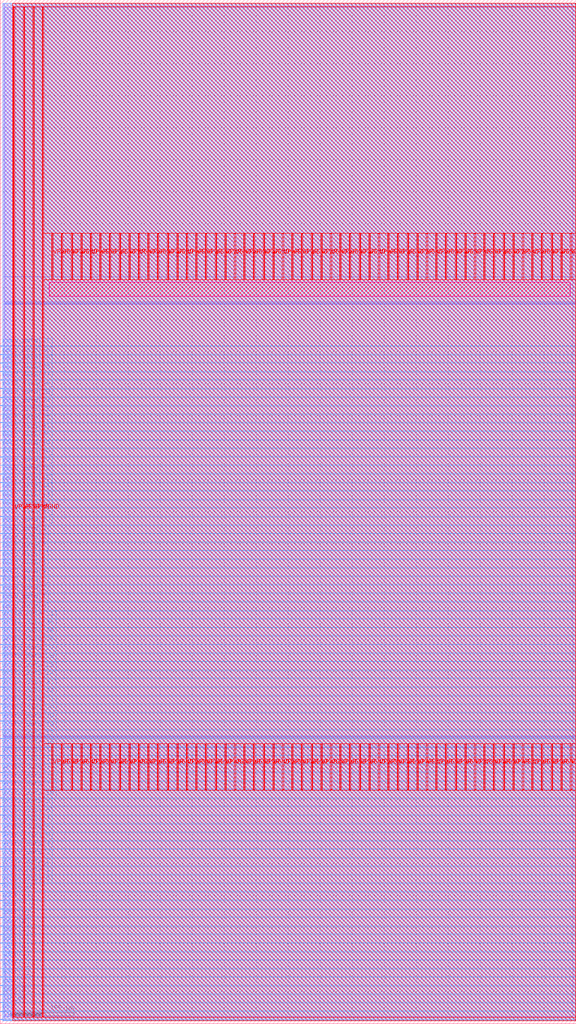
<source format=lef>
VERSION 5.7 ;
  NOWIREEXTENSIONATPIN ON ;
  DIVIDERCHAR "/" ;
  BUSBITCHARS "[]" ;
MACRO sram_32_4096
  CLASS BLOCK ;
  FOREIGN sram_32_4096 ;
  ORIGIN 0.000 0.000 ;
  SIZE 900.000 BY 1600.000 ;
  PIN VGND
    DIRECTION INPUT ;
    USE GROUND ;
    PORT
      LAYER met4 ;
        RECT 96.040 365.340 97.640 437.160 ;
    END
    PORT
      LAYER met4 ;
        RECT 126.040 365.340 127.640 437.160 ;
    END
    PORT
      LAYER met4 ;
        RECT 156.040 365.340 157.640 437.160 ;
    END
    PORT
      LAYER met4 ;
        RECT 186.040 365.340 187.640 437.160 ;
    END
    PORT
      LAYER met4 ;
        RECT 216.040 365.340 217.640 437.160 ;
    END
    PORT
      LAYER met4 ;
        RECT 246.040 365.340 247.640 437.160 ;
    END
    PORT
      LAYER met4 ;
        RECT 276.040 365.340 277.640 437.160 ;
    END
    PORT
      LAYER met4 ;
        RECT 306.040 365.340 307.640 437.160 ;
    END
    PORT
      LAYER met4 ;
        RECT 336.040 365.340 337.640 437.160 ;
    END
    PORT
      LAYER met4 ;
        RECT 366.040 365.340 367.640 437.160 ;
    END
    PORT
      LAYER met4 ;
        RECT 396.040 365.340 397.640 437.160 ;
    END
    PORT
      LAYER met4 ;
        RECT 426.040 365.340 427.640 437.160 ;
    END
    PORT
      LAYER met4 ;
        RECT 456.040 365.340 457.640 437.160 ;
    END
    PORT
      LAYER met4 ;
        RECT 486.040 365.340 487.640 437.160 ;
    END
    PORT
      LAYER met4 ;
        RECT 516.040 365.340 517.640 437.160 ;
    END
    PORT
      LAYER met4 ;
        RECT 546.040 365.340 547.640 437.160 ;
    END
    PORT
      LAYER met4 ;
        RECT 576.040 365.340 577.640 437.160 ;
    END
    PORT
      LAYER met4 ;
        RECT 606.040 365.340 607.640 437.160 ;
    END
    PORT
      LAYER met4 ;
        RECT 636.040 365.340 637.640 437.160 ;
    END
    PORT
      LAYER met4 ;
        RECT 666.040 365.340 667.640 437.160 ;
    END
    PORT
      LAYER met4 ;
        RECT 696.040 365.340 697.640 437.160 ;
    END
    PORT
      LAYER met4 ;
        RECT 726.040 365.340 727.640 437.160 ;
    END
    PORT
      LAYER met4 ;
        RECT 756.040 365.340 757.640 437.160 ;
    END
    PORT
      LAYER met4 ;
        RECT 786.040 365.340 787.640 437.160 ;
    END
    PORT
      LAYER met4 ;
        RECT 816.040 365.340 817.640 437.160 ;
    END
    PORT
      LAYER met4 ;
        RECT 846.040 365.340 847.640 437.160 ;
    END
    PORT
      LAYER met4 ;
        RECT 876.040 365.340 877.640 437.160 ;
    END
    PORT
      LAYER met4 ;
        RECT 96.040 1162.840 97.640 1234.660 ;
    END
    PORT
      LAYER met4 ;
        RECT 126.040 1162.840 127.640 1234.660 ;
    END
    PORT
      LAYER met4 ;
        RECT 156.040 1162.840 157.640 1234.660 ;
    END
    PORT
      LAYER met4 ;
        RECT 186.040 1162.840 187.640 1234.660 ;
    END
    PORT
      LAYER met4 ;
        RECT 216.040 1162.840 217.640 1234.660 ;
    END
    PORT
      LAYER met4 ;
        RECT 246.040 1162.840 247.640 1234.660 ;
    END
    PORT
      LAYER met4 ;
        RECT 276.040 1162.840 277.640 1234.660 ;
    END
    PORT
      LAYER met4 ;
        RECT 306.040 1162.840 307.640 1234.660 ;
    END
    PORT
      LAYER met4 ;
        RECT 336.040 1162.840 337.640 1234.660 ;
    END
    PORT
      LAYER met4 ;
        RECT 366.040 1162.840 367.640 1234.660 ;
    END
    PORT
      LAYER met4 ;
        RECT 396.040 1162.840 397.640 1234.660 ;
    END
    PORT
      LAYER met4 ;
        RECT 426.040 1162.840 427.640 1234.660 ;
    END
    PORT
      LAYER met4 ;
        RECT 456.040 1162.840 457.640 1234.660 ;
    END
    PORT
      LAYER met4 ;
        RECT 486.040 1162.840 487.640 1234.660 ;
    END
    PORT
      LAYER met4 ;
        RECT 516.040 1162.840 517.640 1234.660 ;
    END
    PORT
      LAYER met4 ;
        RECT 546.040 1162.840 547.640 1234.660 ;
    END
    PORT
      LAYER met4 ;
        RECT 576.040 1162.840 577.640 1234.660 ;
    END
    PORT
      LAYER met4 ;
        RECT 606.040 1162.840 607.640 1234.660 ;
    END
    PORT
      LAYER met4 ;
        RECT 636.040 1162.840 637.640 1234.660 ;
    END
    PORT
      LAYER met4 ;
        RECT 666.040 1162.840 667.640 1234.660 ;
    END
    PORT
      LAYER met4 ;
        RECT 696.040 1162.840 697.640 1234.660 ;
    END
    PORT
      LAYER met4 ;
        RECT 726.040 1162.840 727.640 1234.660 ;
    END
    PORT
      LAYER met4 ;
        RECT 756.040 1162.840 757.640 1234.660 ;
    END
    PORT
      LAYER met4 ;
        RECT 786.040 1162.840 787.640 1234.660 ;
    END
    PORT
      LAYER met4 ;
        RECT 816.040 1162.840 817.640 1234.660 ;
    END
    PORT
      LAYER met4 ;
        RECT 846.040 1162.840 847.640 1234.660 ;
    END
    PORT
      LAYER met4 ;
        RECT 876.040 1162.840 877.640 1234.660 ;
    END
    PORT
      LAYER met4 ;
        RECT 36.040 10.640 37.640 1588.720 ;
    END
    PORT
      LAYER met4 ;
        RECT 66.040 10.640 67.640 1588.720 ;
    END
  END VGND
  PIN VPWR
    DIRECTION INPUT ;
    USE POWER ;
    PORT
      LAYER met4 ;
        RECT 81.040 365.340 82.640 437.160 ;
    END
    PORT
      LAYER met4 ;
        RECT 111.040 365.340 112.640 437.160 ;
    END
    PORT
      LAYER met4 ;
        RECT 141.040 365.340 142.640 437.160 ;
    END
    PORT
      LAYER met4 ;
        RECT 171.040 365.340 172.640 437.160 ;
    END
    PORT
      LAYER met4 ;
        RECT 201.040 365.340 202.640 437.160 ;
    END
    PORT
      LAYER met4 ;
        RECT 231.040 365.340 232.640 437.160 ;
    END
    PORT
      LAYER met4 ;
        RECT 261.040 365.340 262.640 437.160 ;
    END
    PORT
      LAYER met4 ;
        RECT 291.040 365.340 292.640 437.160 ;
    END
    PORT
      LAYER met4 ;
        RECT 321.040 365.340 322.640 437.160 ;
    END
    PORT
      LAYER met4 ;
        RECT 351.040 365.340 352.640 437.160 ;
    END
    PORT
      LAYER met4 ;
        RECT 381.040 365.340 382.640 437.160 ;
    END
    PORT
      LAYER met4 ;
        RECT 411.040 365.340 412.640 437.160 ;
    END
    PORT
      LAYER met4 ;
        RECT 441.040 365.340 442.640 437.160 ;
    END
    PORT
      LAYER met4 ;
        RECT 471.040 365.340 472.640 437.160 ;
    END
    PORT
      LAYER met4 ;
        RECT 501.040 365.340 502.640 437.160 ;
    END
    PORT
      LAYER met4 ;
        RECT 531.040 365.340 532.640 437.160 ;
    END
    PORT
      LAYER met4 ;
        RECT 561.040 365.340 562.640 437.160 ;
    END
    PORT
      LAYER met4 ;
        RECT 591.040 365.340 592.640 437.160 ;
    END
    PORT
      LAYER met4 ;
        RECT 621.040 365.340 622.640 437.160 ;
    END
    PORT
      LAYER met4 ;
        RECT 651.040 365.340 652.640 437.160 ;
    END
    PORT
      LAYER met4 ;
        RECT 681.040 365.340 682.640 437.160 ;
    END
    PORT
      LAYER met4 ;
        RECT 711.040 365.340 712.640 437.160 ;
    END
    PORT
      LAYER met4 ;
        RECT 741.040 365.340 742.640 437.160 ;
    END
    PORT
      LAYER met4 ;
        RECT 771.040 365.340 772.640 437.160 ;
    END
    PORT
      LAYER met4 ;
        RECT 801.040 365.340 802.640 437.160 ;
    END
    PORT
      LAYER met4 ;
        RECT 831.040 365.340 832.640 437.160 ;
    END
    PORT
      LAYER met4 ;
        RECT 861.040 365.340 862.640 437.160 ;
    END
    PORT
      LAYER met4 ;
        RECT 891.040 365.340 892.640 437.160 ;
    END
    PORT
      LAYER met4 ;
        RECT 81.040 1162.840 82.640 1234.660 ;
    END
    PORT
      LAYER met4 ;
        RECT 111.040 1162.840 112.640 1234.660 ;
    END
    PORT
      LAYER met4 ;
        RECT 141.040 1162.840 142.640 1234.660 ;
    END
    PORT
      LAYER met4 ;
        RECT 171.040 1162.840 172.640 1234.660 ;
    END
    PORT
      LAYER met4 ;
        RECT 201.040 1162.840 202.640 1234.660 ;
    END
    PORT
      LAYER met4 ;
        RECT 231.040 1162.840 232.640 1234.660 ;
    END
    PORT
      LAYER met4 ;
        RECT 261.040 1162.840 262.640 1234.660 ;
    END
    PORT
      LAYER met4 ;
        RECT 291.040 1162.840 292.640 1234.660 ;
    END
    PORT
      LAYER met4 ;
        RECT 321.040 1162.840 322.640 1234.660 ;
    END
    PORT
      LAYER met4 ;
        RECT 351.040 1162.840 352.640 1234.660 ;
    END
    PORT
      LAYER met4 ;
        RECT 381.040 1162.840 382.640 1234.660 ;
    END
    PORT
      LAYER met4 ;
        RECT 411.040 1162.840 412.640 1234.660 ;
    END
    PORT
      LAYER met4 ;
        RECT 441.040 1162.840 442.640 1234.660 ;
    END
    PORT
      LAYER met4 ;
        RECT 471.040 1162.840 472.640 1234.660 ;
    END
    PORT
      LAYER met4 ;
        RECT 501.040 1162.840 502.640 1234.660 ;
    END
    PORT
      LAYER met4 ;
        RECT 531.040 1162.840 532.640 1234.660 ;
    END
    PORT
      LAYER met4 ;
        RECT 561.040 1162.840 562.640 1234.660 ;
    END
    PORT
      LAYER met4 ;
        RECT 591.040 1162.840 592.640 1234.660 ;
    END
    PORT
      LAYER met4 ;
        RECT 621.040 1162.840 622.640 1234.660 ;
    END
    PORT
      LAYER met4 ;
        RECT 651.040 1162.840 652.640 1234.660 ;
    END
    PORT
      LAYER met4 ;
        RECT 681.040 1162.840 682.640 1234.660 ;
    END
    PORT
      LAYER met4 ;
        RECT 711.040 1162.840 712.640 1234.660 ;
    END
    PORT
      LAYER met4 ;
        RECT 741.040 1162.840 742.640 1234.660 ;
    END
    PORT
      LAYER met4 ;
        RECT 771.040 1162.840 772.640 1234.660 ;
    END
    PORT
      LAYER met4 ;
        RECT 801.040 1162.840 802.640 1234.660 ;
    END
    PORT
      LAYER met4 ;
        RECT 831.040 1162.840 832.640 1234.660 ;
    END
    PORT
      LAYER met4 ;
        RECT 861.040 1162.840 862.640 1234.660 ;
    END
    PORT
      LAYER met4 ;
        RECT 891.040 1162.840 892.640 1234.660 ;
    END
    PORT
      LAYER met4 ;
        RECT 21.040 10.640 22.640 1588.720 ;
    END
    PORT
      LAYER met4 ;
        RECT 51.040 10.640 52.640 1588.720 ;
    END
  END VPWR
  PIN addr[0]
    DIRECTION INPUT ;
    USE SIGNAL ;
    PORT
      LAYER met3 ;
        RECT 0.000 45.600 4.000 46.200 ;
    END
  END addr[0]
  PIN addr[10]
    DIRECTION INPUT ;
    USE SIGNAL ;
    PORT
      LAYER met3 ;
        RECT 0.000 178.880 4.000 179.480 ;
    END
  END addr[10]
  PIN addr[11]
    DIRECTION INPUT ;
    USE SIGNAL ;
    PORT
      LAYER met3 ;
        RECT 0.000 192.480 4.000 193.080 ;
    END
  END addr[11]
  PIN addr[1]
    DIRECTION INPUT ;
    USE SIGNAL ;
    PORT
      LAYER met3 ;
        RECT 0.000 59.200 4.000 59.800 ;
    END
  END addr[1]
  PIN addr[2]
    DIRECTION INPUT ;
    USE SIGNAL ;
    PORT
      LAYER met3 ;
        RECT 0.000 72.800 4.000 73.400 ;
    END
  END addr[2]
  PIN addr[3]
    DIRECTION INPUT ;
    USE SIGNAL ;
    PORT
      LAYER met3 ;
        RECT 0.000 85.720 4.000 86.320 ;
    END
  END addr[3]
  PIN addr[4]
    DIRECTION INPUT ;
    USE SIGNAL ;
    PORT
      LAYER met3 ;
        RECT 0.000 99.320 4.000 99.920 ;
    END
  END addr[4]
  PIN addr[5]
    DIRECTION INPUT ;
    USE SIGNAL ;
    PORT
      LAYER met3 ;
        RECT 0.000 112.240 4.000 112.840 ;
    END
  END addr[5]
  PIN addr[6]
    DIRECTION INPUT ;
    USE SIGNAL ;
    PORT
      LAYER met3 ;
        RECT 0.000 125.840 4.000 126.440 ;
    END
  END addr[6]
  PIN addr[7]
    DIRECTION INPUT ;
    USE SIGNAL ;
    PORT
      LAYER met3 ;
        RECT 0.000 139.440 4.000 140.040 ;
    END
  END addr[7]
  PIN addr[8]
    DIRECTION INPUT ;
    USE SIGNAL ;
    PORT
      LAYER met3 ;
        RECT 0.000 152.360 4.000 152.960 ;
    END
  END addr[8]
  PIN addr[9]
    DIRECTION INPUT ;
    USE SIGNAL ;
    PORT
      LAYER met3 ;
        RECT 0.000 165.960 4.000 166.560 ;
    END
  END addr[9]
  PIN clk
    DIRECTION INPUT ;
    USE SIGNAL ;
    PORT
      LAYER met3 ;
        RECT 0.000 6.160 4.000 6.760 ;
    END
  END clk
  PIN clk_en
    DIRECTION INPUT ;
    USE SIGNAL ;
    PORT
      LAYER met3 ;
        RECT 0.000 32.680 4.000 33.280 ;
    END
  END clk_en
  PIN read_data[0]
    DIRECTION OUTPUT TRISTATE ;
    USE SIGNAL ;
    PORT
      LAYER met3 ;
        RECT 0.000 645.360 4.000 645.960 ;
    END
  END read_data[0]
  PIN read_data[10]
    DIRECTION OUTPUT TRISTATE ;
    USE SIGNAL ;
    PORT
      LAYER met3 ;
        RECT 0.000 778.640 4.000 779.240 ;
    END
  END read_data[10]
  PIN read_data[11]
    DIRECTION OUTPUT TRISTATE ;
    USE SIGNAL ;
    PORT
      LAYER met3 ;
        RECT 0.000 792.240 4.000 792.840 ;
    END
  END read_data[11]
  PIN read_data[12]
    DIRECTION OUTPUT TRISTATE ;
    USE SIGNAL ;
    PORT
      LAYER met3 ;
        RECT 0.000 805.840 4.000 806.440 ;
    END
  END read_data[12]
  PIN read_data[13]
    DIRECTION OUTPUT TRISTATE ;
    USE SIGNAL ;
    PORT
      LAYER met3 ;
        RECT 0.000 818.760 4.000 819.360 ;
    END
  END read_data[13]
  PIN read_data[14]
    DIRECTION OUTPUT TRISTATE ;
    USE SIGNAL ;
    PORT
      LAYER met3 ;
        RECT 0.000 832.360 4.000 832.960 ;
    END
  END read_data[14]
  PIN read_data[15]
    DIRECTION OUTPUT TRISTATE ;
    USE SIGNAL ;
    PORT
      LAYER met3 ;
        RECT 0.000 845.280 4.000 845.880 ;
    END
  END read_data[15]
  PIN read_data[16]
    DIRECTION OUTPUT TRISTATE ;
    USE SIGNAL ;
    PORT
      LAYER met3 ;
        RECT 0.000 858.880 4.000 859.480 ;
    END
  END read_data[16]
  PIN read_data[17]
    DIRECTION OUTPUT TRISTATE ;
    USE SIGNAL ;
    PORT
      LAYER met3 ;
        RECT 0.000 872.480 4.000 873.080 ;
    END
  END read_data[17]
  PIN read_data[18]
    DIRECTION OUTPUT TRISTATE ;
    USE SIGNAL ;
    PORT
      LAYER met3 ;
        RECT 0.000 885.400 4.000 886.000 ;
    END
  END read_data[18]
  PIN read_data[19]
    DIRECTION OUTPUT TRISTATE ;
    USE SIGNAL ;
    PORT
      LAYER met3 ;
        RECT 0.000 899.000 4.000 899.600 ;
    END
  END read_data[19]
  PIN read_data[1]
    DIRECTION OUTPUT TRISTATE ;
    USE SIGNAL ;
    PORT
      LAYER met3 ;
        RECT 0.000 658.960 4.000 659.560 ;
    END
  END read_data[1]
  PIN read_data[20]
    DIRECTION OUTPUT TRISTATE ;
    USE SIGNAL ;
    PORT
      LAYER met3 ;
        RECT 0.000 911.920 4.000 912.520 ;
    END
  END read_data[20]
  PIN read_data[21]
    DIRECTION OUTPUT TRISTATE ;
    USE SIGNAL ;
    PORT
      LAYER met3 ;
        RECT 0.000 925.520 4.000 926.120 ;
    END
  END read_data[21]
  PIN read_data[22]
    DIRECTION OUTPUT TRISTATE ;
    USE SIGNAL ;
    PORT
      LAYER met3 ;
        RECT 0.000 939.120 4.000 939.720 ;
    END
  END read_data[22]
  PIN read_data[23]
    DIRECTION OUTPUT TRISTATE ;
    USE SIGNAL ;
    PORT
      LAYER met3 ;
        RECT 0.000 952.040 4.000 952.640 ;
    END
  END read_data[23]
  PIN read_data[24]
    DIRECTION OUTPUT TRISTATE ;
    USE SIGNAL ;
    PORT
      LAYER met3 ;
        RECT 0.000 965.640 4.000 966.240 ;
    END
  END read_data[24]
  PIN read_data[25]
    DIRECTION OUTPUT TRISTATE ;
    USE SIGNAL ;
    PORT
      LAYER met3 ;
        RECT 0.000 978.560 4.000 979.160 ;
    END
  END read_data[25]
  PIN read_data[26]
    DIRECTION OUTPUT TRISTATE ;
    USE SIGNAL ;
    PORT
      LAYER met3 ;
        RECT 0.000 992.160 4.000 992.760 ;
    END
  END read_data[26]
  PIN read_data[27]
    DIRECTION OUTPUT TRISTATE ;
    USE SIGNAL ;
    PORT
      LAYER met3 ;
        RECT 0.000 1005.760 4.000 1006.360 ;
    END
  END read_data[27]
  PIN read_data[28]
    DIRECTION OUTPUT TRISTATE ;
    USE SIGNAL ;
    PORT
      LAYER met3 ;
        RECT 0.000 1018.680 4.000 1019.280 ;
    END
  END read_data[28]
  PIN read_data[29]
    DIRECTION OUTPUT TRISTATE ;
    USE SIGNAL ;
    PORT
      LAYER met3 ;
        RECT 0.000 1032.280 4.000 1032.880 ;
    END
  END read_data[29]
  PIN read_data[2]
    DIRECTION OUTPUT TRISTATE ;
    USE SIGNAL ;
    PORT
      LAYER met3 ;
        RECT 0.000 672.560 4.000 673.160 ;
    END
  END read_data[2]
  PIN read_data[30]
    DIRECTION OUTPUT TRISTATE ;
    USE SIGNAL ;
    PORT
      LAYER met3 ;
        RECT 0.000 1045.200 4.000 1045.800 ;
    END
  END read_data[30]
  PIN read_data[31]
    DIRECTION OUTPUT TRISTATE ;
    USE SIGNAL ;
    PORT
      LAYER met3 ;
        RECT 0.000 1058.800 4.000 1059.400 ;
    END
  END read_data[31]
  PIN read_data[3]
    DIRECTION OUTPUT TRISTATE ;
    USE SIGNAL ;
    PORT
      LAYER met3 ;
        RECT 0.000 685.480 4.000 686.080 ;
    END
  END read_data[3]
  PIN read_data[4]
    DIRECTION OUTPUT TRISTATE ;
    USE SIGNAL ;
    PORT
      LAYER met3 ;
        RECT 0.000 699.080 4.000 699.680 ;
    END
  END read_data[4]
  PIN read_data[5]
    DIRECTION OUTPUT TRISTATE ;
    USE SIGNAL ;
    PORT
      LAYER met3 ;
        RECT 0.000 712.000 4.000 712.600 ;
    END
  END read_data[5]
  PIN read_data[6]
    DIRECTION OUTPUT TRISTATE ;
    USE SIGNAL ;
    PORT
      LAYER met3 ;
        RECT 0.000 725.600 4.000 726.200 ;
    END
  END read_data[6]
  PIN read_data[7]
    DIRECTION OUTPUT TRISTATE ;
    USE SIGNAL ;
    PORT
      LAYER met3 ;
        RECT 0.000 739.200 4.000 739.800 ;
    END
  END read_data[7]
  PIN read_data[8]
    DIRECTION OUTPUT TRISTATE ;
    USE SIGNAL ;
    PORT
      LAYER met3 ;
        RECT 0.000 752.120 4.000 752.720 ;
    END
  END read_data[8]
  PIN read_data[9]
    DIRECTION OUTPUT TRISTATE ;
    USE SIGNAL ;
    PORT
      LAYER met3 ;
        RECT 0.000 765.720 4.000 766.320 ;
    END
  END read_data[9]
  PIN rst
    DIRECTION INPUT ;
    USE SIGNAL ;
    PORT
      LAYER met3 ;
        RECT 0.000 19.080 4.000 19.680 ;
    END
  END rst
  PIN write_data[0]
    DIRECTION INPUT ;
    USE SIGNAL ;
    PORT
      LAYER met3 ;
        RECT 0.000 219.000 4.000 219.600 ;
    END
  END write_data[0]
  PIN write_data[10]
    DIRECTION INPUT ;
    USE SIGNAL ;
    PORT
      LAYER met3 ;
        RECT 0.000 352.280 4.000 352.880 ;
    END
  END write_data[10]
  PIN write_data[11]
    DIRECTION INPUT ;
    USE SIGNAL ;
    PORT
      LAYER met3 ;
        RECT 0.000 365.880 4.000 366.480 ;
    END
  END write_data[11]
  PIN write_data[12]
    DIRECTION INPUT ;
    USE SIGNAL ;
    PORT
      LAYER met3 ;
        RECT 0.000 378.800 4.000 379.400 ;
    END
  END write_data[12]
  PIN write_data[13]
    DIRECTION INPUT ;
    USE SIGNAL ;
    PORT
      LAYER met3 ;
        RECT 0.000 392.400 4.000 393.000 ;
    END
  END write_data[13]
  PIN write_data[14]
    DIRECTION INPUT ;
    USE SIGNAL ;
    PORT
      LAYER met3 ;
        RECT 0.000 406.000 4.000 406.600 ;
    END
  END write_data[14]
  PIN write_data[15]
    DIRECTION INPUT ;
    USE SIGNAL ;
    PORT
      LAYER met3 ;
        RECT 0.000 418.920 4.000 419.520 ;
    END
  END write_data[15]
  PIN write_data[16]
    DIRECTION INPUT ;
    USE SIGNAL ;
    PORT
      LAYER met3 ;
        RECT 0.000 432.520 4.000 433.120 ;
    END
  END write_data[16]
  PIN write_data[17]
    DIRECTION INPUT ;
    USE SIGNAL ;
    PORT
      LAYER met3 ;
        RECT 0.000 445.440 4.000 446.040 ;
    END
  END write_data[17]
  PIN write_data[18]
    DIRECTION INPUT ;
    USE SIGNAL ;
    PORT
      LAYER met3 ;
        RECT 0.000 459.040 4.000 459.640 ;
    END
  END write_data[18]
  PIN write_data[19]
    DIRECTION INPUT ;
    USE SIGNAL ;
    PORT
      LAYER met3 ;
        RECT 0.000 472.640 4.000 473.240 ;
    END
  END write_data[19]
  PIN write_data[1]
    DIRECTION INPUT ;
    USE SIGNAL ;
    PORT
      LAYER met3 ;
        RECT 0.000 232.600 4.000 233.200 ;
    END
  END write_data[1]
  PIN write_data[20]
    DIRECTION INPUT ;
    USE SIGNAL ;
    PORT
      LAYER met3 ;
        RECT 0.000 485.560 4.000 486.160 ;
    END
  END write_data[20]
  PIN write_data[21]
    DIRECTION INPUT ;
    USE SIGNAL ;
    PORT
      LAYER met3 ;
        RECT 0.000 499.160 4.000 499.760 ;
    END
  END write_data[21]
  PIN write_data[22]
    DIRECTION INPUT ;
    USE SIGNAL ;
    PORT
      LAYER met3 ;
        RECT 0.000 512.080 4.000 512.680 ;
    END
  END write_data[22]
  PIN write_data[23]
    DIRECTION INPUT ;
    USE SIGNAL ;
    PORT
      LAYER met3 ;
        RECT 0.000 525.680 4.000 526.280 ;
    END
  END write_data[23]
  PIN write_data[24]
    DIRECTION INPUT ;
    USE SIGNAL ;
    PORT
      LAYER met3 ;
        RECT 0.000 539.280 4.000 539.880 ;
    END
  END write_data[24]
  PIN write_data[25]
    DIRECTION INPUT ;
    USE SIGNAL ;
    PORT
      LAYER met3 ;
        RECT 0.000 552.200 4.000 552.800 ;
    END
  END write_data[25]
  PIN write_data[26]
    DIRECTION INPUT ;
    USE SIGNAL ;
    PORT
      LAYER met3 ;
        RECT 0.000 565.800 4.000 566.400 ;
    END
  END write_data[26]
  PIN write_data[27]
    DIRECTION INPUT ;
    USE SIGNAL ;
    PORT
      LAYER met3 ;
        RECT 0.000 578.720 4.000 579.320 ;
    END
  END write_data[27]
  PIN write_data[28]
    DIRECTION INPUT ;
    USE SIGNAL ;
    PORT
      LAYER met3 ;
        RECT 0.000 592.320 4.000 592.920 ;
    END
  END write_data[28]
  PIN write_data[29]
    DIRECTION INPUT ;
    USE SIGNAL ;
    PORT
      LAYER met3 ;
        RECT 0.000 605.920 4.000 606.520 ;
    END
  END write_data[29]
  PIN write_data[2]
    DIRECTION INPUT ;
    USE SIGNAL ;
    PORT
      LAYER met3 ;
        RECT 0.000 245.520 4.000 246.120 ;
    END
  END write_data[2]
  PIN write_data[30]
    DIRECTION INPUT ;
    USE SIGNAL ;
    PORT
      LAYER met3 ;
        RECT 0.000 618.840 4.000 619.440 ;
    END
  END write_data[30]
  PIN write_data[31]
    DIRECTION INPUT ;
    USE SIGNAL ;
    PORT
      LAYER met3 ;
        RECT 0.000 632.440 4.000 633.040 ;
    END
  END write_data[31]
  PIN write_data[3]
    DIRECTION INPUT ;
    USE SIGNAL ;
    PORT
      LAYER met3 ;
        RECT 0.000 259.120 4.000 259.720 ;
    END
  END write_data[3]
  PIN write_data[4]
    DIRECTION INPUT ;
    USE SIGNAL ;
    PORT
      LAYER met3 ;
        RECT 0.000 272.720 4.000 273.320 ;
    END
  END write_data[4]
  PIN write_data[5]
    DIRECTION INPUT ;
    USE SIGNAL ;
    PORT
      LAYER met3 ;
        RECT 0.000 285.640 4.000 286.240 ;
    END
  END write_data[5]
  PIN write_data[6]
    DIRECTION INPUT ;
    USE SIGNAL ;
    PORT
      LAYER met3 ;
        RECT 0.000 299.240 4.000 299.840 ;
    END
  END write_data[6]
  PIN write_data[7]
    DIRECTION INPUT ;
    USE SIGNAL ;
    PORT
      LAYER met3 ;
        RECT 0.000 312.160 4.000 312.760 ;
    END
  END write_data[7]
  PIN write_data[8]
    DIRECTION INPUT ;
    USE SIGNAL ;
    PORT
      LAYER met3 ;
        RECT 0.000 325.760 4.000 326.360 ;
    END
  END write_data[8]
  PIN write_data[9]
    DIRECTION INPUT ;
    USE SIGNAL ;
    PORT
      LAYER met3 ;
        RECT 0.000 339.360 4.000 339.960 ;
    END
  END write_data[9]
  PIN write_en
    DIRECTION INPUT ;
    USE SIGNAL ;
    PORT
      LAYER met3 ;
        RECT 0.000 206.080 4.000 206.680 ;
    END
  END write_en
  OBS
      LAYER li1 ;
        RECT 5.520 10.795 894.240 1588.565 ;
      LAYER met1 ;
        RECT 5.520 1128.020 900.000 1594.380 ;
        RECT 5.520 1124.140 900.060 1128.020 ;
        RECT 5.520 449.720 900.000 1124.140 ;
        RECT 5.520 447.880 900.060 449.720 ;
        RECT 5.520 5.620 900.000 447.880 ;
      LAYER met2 ;
        RECT 6.990 1167.290 900.000 1594.380 ;
        RECT 6.990 1126.350 900.060 1167.290 ;
        RECT 6.990 1125.300 900.000 1126.350 ;
        RECT 6.990 449.750 900.060 1125.300 ;
        RECT 6.990 448.570 900.000 449.750 ;
        RECT 6.990 431.390 900.060 448.570 ;
        RECT 6.990 5.620 900.000 431.390 ;
      LAYER met3 ;
        RECT 4.000 1059.800 899.695 1595.000 ;
        RECT 4.400 1058.400 899.695 1059.800 ;
        RECT 4.000 1046.200 899.695 1058.400 ;
        RECT 4.400 1044.800 899.695 1046.200 ;
        RECT 4.000 1033.280 899.695 1044.800 ;
        RECT 4.400 1031.880 899.695 1033.280 ;
        RECT 4.000 1019.680 899.695 1031.880 ;
        RECT 4.400 1018.280 899.695 1019.680 ;
        RECT 4.000 1006.760 899.695 1018.280 ;
        RECT 4.400 1005.360 899.695 1006.760 ;
        RECT 4.000 993.160 899.695 1005.360 ;
        RECT 4.400 991.760 899.695 993.160 ;
        RECT 4.000 979.560 899.695 991.760 ;
        RECT 4.400 978.160 899.695 979.560 ;
        RECT 4.000 966.640 899.695 978.160 ;
        RECT 4.400 965.240 899.695 966.640 ;
        RECT 4.000 953.040 899.695 965.240 ;
        RECT 4.400 951.640 899.695 953.040 ;
        RECT 4.000 940.120 899.695 951.640 ;
        RECT 4.400 938.720 899.695 940.120 ;
        RECT 4.000 926.520 899.695 938.720 ;
        RECT 4.400 925.120 899.695 926.520 ;
        RECT 4.000 912.920 899.695 925.120 ;
        RECT 4.400 911.520 899.695 912.920 ;
        RECT 4.000 900.000 899.695 911.520 ;
        RECT 4.400 898.600 899.695 900.000 ;
        RECT 4.000 886.400 899.695 898.600 ;
        RECT 4.400 885.000 899.695 886.400 ;
        RECT 4.000 873.480 899.695 885.000 ;
        RECT 4.400 872.080 899.695 873.480 ;
        RECT 4.000 859.880 899.695 872.080 ;
        RECT 4.400 858.480 899.695 859.880 ;
        RECT 4.000 846.280 899.695 858.480 ;
        RECT 4.400 844.880 899.695 846.280 ;
        RECT 4.000 833.360 899.695 844.880 ;
        RECT 4.400 831.960 899.695 833.360 ;
        RECT 4.000 819.760 899.695 831.960 ;
        RECT 4.400 818.360 899.695 819.760 ;
        RECT 4.000 806.840 899.695 818.360 ;
        RECT 4.400 805.440 899.695 806.840 ;
        RECT 4.000 793.240 899.695 805.440 ;
        RECT 4.400 791.840 899.695 793.240 ;
        RECT 4.000 779.640 899.695 791.840 ;
        RECT 4.400 778.240 899.695 779.640 ;
        RECT 4.000 766.720 899.695 778.240 ;
        RECT 4.400 765.320 899.695 766.720 ;
        RECT 4.000 753.120 899.695 765.320 ;
        RECT 4.400 751.720 899.695 753.120 ;
        RECT 4.000 740.200 899.695 751.720 ;
        RECT 4.400 738.800 899.695 740.200 ;
        RECT 4.000 726.600 899.695 738.800 ;
        RECT 4.400 725.200 899.695 726.600 ;
        RECT 4.000 713.000 899.695 725.200 ;
        RECT 4.400 711.600 899.695 713.000 ;
        RECT 4.000 700.080 899.695 711.600 ;
        RECT 4.400 698.680 899.695 700.080 ;
        RECT 4.000 686.480 899.695 698.680 ;
        RECT 4.400 685.080 899.695 686.480 ;
        RECT 4.000 673.560 899.695 685.080 ;
        RECT 4.400 672.160 899.695 673.560 ;
        RECT 4.000 659.960 899.695 672.160 ;
        RECT 4.400 658.560 899.695 659.960 ;
        RECT 4.000 646.360 899.695 658.560 ;
        RECT 4.400 644.960 899.695 646.360 ;
        RECT 4.000 633.440 899.695 644.960 ;
        RECT 4.400 632.040 899.695 633.440 ;
        RECT 4.000 619.840 899.695 632.040 ;
        RECT 4.400 618.440 899.695 619.840 ;
        RECT 4.000 606.920 899.695 618.440 ;
        RECT 4.400 605.520 899.695 606.920 ;
        RECT 4.000 593.320 899.695 605.520 ;
        RECT 4.400 591.920 899.695 593.320 ;
        RECT 4.000 579.720 899.695 591.920 ;
        RECT 4.400 578.320 899.695 579.720 ;
        RECT 4.000 566.800 899.695 578.320 ;
        RECT 4.400 565.400 899.695 566.800 ;
        RECT 4.000 553.200 899.695 565.400 ;
        RECT 4.400 551.800 899.695 553.200 ;
        RECT 4.000 540.280 899.695 551.800 ;
        RECT 4.400 538.880 899.695 540.280 ;
        RECT 4.000 526.680 899.695 538.880 ;
        RECT 4.400 525.280 899.695 526.680 ;
        RECT 4.000 513.080 899.695 525.280 ;
        RECT 4.400 511.680 899.695 513.080 ;
        RECT 4.000 500.160 899.695 511.680 ;
        RECT 4.400 498.760 899.695 500.160 ;
        RECT 4.000 486.560 899.695 498.760 ;
        RECT 4.400 485.160 899.695 486.560 ;
        RECT 4.000 473.640 899.695 485.160 ;
        RECT 4.400 472.240 899.695 473.640 ;
        RECT 4.000 460.040 899.695 472.240 ;
        RECT 4.400 458.640 899.695 460.040 ;
        RECT 4.000 446.440 899.695 458.640 ;
        RECT 4.400 445.040 899.695 446.440 ;
        RECT 4.000 433.520 899.695 445.040 ;
        RECT 4.400 432.120 899.695 433.520 ;
        RECT 4.000 419.920 899.695 432.120 ;
        RECT 4.400 418.520 899.695 419.920 ;
        RECT 4.000 407.000 899.695 418.520 ;
        RECT 4.400 405.600 899.695 407.000 ;
        RECT 4.000 393.400 899.695 405.600 ;
        RECT 4.400 392.000 899.695 393.400 ;
        RECT 4.000 379.800 899.695 392.000 ;
        RECT 4.400 378.400 899.695 379.800 ;
        RECT 4.000 366.880 899.695 378.400 ;
        RECT 4.400 365.480 899.695 366.880 ;
        RECT 4.000 353.280 899.695 365.480 ;
        RECT 4.400 351.880 899.695 353.280 ;
        RECT 4.000 340.360 899.695 351.880 ;
        RECT 4.400 338.960 899.695 340.360 ;
        RECT 4.000 326.760 899.695 338.960 ;
        RECT 4.400 325.360 899.695 326.760 ;
        RECT 4.000 313.160 899.695 325.360 ;
        RECT 4.400 311.760 899.695 313.160 ;
        RECT 4.000 300.240 899.695 311.760 ;
        RECT 4.400 298.840 899.695 300.240 ;
        RECT 4.000 286.640 899.695 298.840 ;
        RECT 4.400 285.240 899.695 286.640 ;
        RECT 4.000 273.720 899.695 285.240 ;
        RECT 4.400 272.320 899.695 273.720 ;
        RECT 4.000 260.120 899.695 272.320 ;
        RECT 4.400 258.720 899.695 260.120 ;
        RECT 4.000 246.520 899.695 258.720 ;
        RECT 4.400 245.120 899.695 246.520 ;
        RECT 4.000 233.600 899.695 245.120 ;
        RECT 4.400 232.200 899.695 233.600 ;
        RECT 4.000 220.000 899.695 232.200 ;
        RECT 4.400 218.600 899.695 220.000 ;
        RECT 4.000 207.080 899.695 218.600 ;
        RECT 4.400 205.680 899.695 207.080 ;
        RECT 4.000 193.480 899.695 205.680 ;
        RECT 4.400 192.080 899.695 193.480 ;
        RECT 4.000 179.880 899.695 192.080 ;
        RECT 4.400 178.480 899.695 179.880 ;
        RECT 4.000 166.960 899.695 178.480 ;
        RECT 4.400 165.560 899.695 166.960 ;
        RECT 4.000 153.360 899.695 165.560 ;
        RECT 4.400 151.960 899.695 153.360 ;
        RECT 4.000 140.440 899.695 151.960 ;
        RECT 4.400 139.040 899.695 140.440 ;
        RECT 4.000 126.840 899.695 139.040 ;
        RECT 4.400 125.440 899.695 126.840 ;
        RECT 4.000 113.240 899.695 125.440 ;
        RECT 4.400 111.840 899.695 113.240 ;
        RECT 4.000 100.320 899.695 111.840 ;
        RECT 4.400 98.920 899.695 100.320 ;
        RECT 4.000 86.720 899.695 98.920 ;
        RECT 4.400 85.320 899.695 86.720 ;
        RECT 4.000 73.800 899.695 85.320 ;
        RECT 4.400 72.400 899.695 73.800 ;
        RECT 4.000 60.200 899.695 72.400 ;
        RECT 4.400 58.800 899.695 60.200 ;
        RECT 4.000 46.600 899.695 58.800 ;
        RECT 4.400 45.200 899.695 46.600 ;
        RECT 4.000 33.680 899.695 45.200 ;
        RECT 4.400 32.280 899.695 33.680 ;
        RECT 4.000 20.080 899.695 32.280 ;
        RECT 4.400 18.680 899.695 20.080 ;
        RECT 4.000 7.160 899.695 18.680 ;
        RECT 4.400 5.760 899.695 7.160 ;
        RECT 4.000 5.000 899.695 5.760 ;
      LAYER met4 ;
        RECT 19.615 1589.120 899.465 1595.000 ;
        RECT 19.615 10.240 20.640 1589.120 ;
        RECT 23.040 10.240 35.640 1589.120 ;
        RECT 38.040 10.240 50.640 1589.120 ;
        RECT 53.040 10.240 65.640 1589.120 ;
        RECT 68.040 1235.060 899.465 1589.120 ;
        RECT 68.040 1162.440 80.640 1235.060 ;
        RECT 83.040 1162.440 95.640 1235.060 ;
        RECT 98.040 1162.440 110.640 1235.060 ;
        RECT 113.040 1162.440 125.640 1235.060 ;
        RECT 128.040 1162.440 140.640 1235.060 ;
        RECT 143.040 1162.440 155.640 1235.060 ;
        RECT 158.040 1162.440 170.640 1235.060 ;
        RECT 173.040 1162.440 185.640 1235.060 ;
        RECT 188.040 1162.440 200.640 1235.060 ;
        RECT 203.040 1162.440 215.640 1235.060 ;
        RECT 218.040 1162.440 230.640 1235.060 ;
        RECT 233.040 1162.440 245.640 1235.060 ;
        RECT 248.040 1162.440 260.640 1235.060 ;
        RECT 263.040 1162.440 275.640 1235.060 ;
        RECT 278.040 1162.440 290.640 1235.060 ;
        RECT 293.040 1162.440 305.640 1235.060 ;
        RECT 308.040 1162.440 320.640 1235.060 ;
        RECT 323.040 1162.440 335.640 1235.060 ;
        RECT 338.040 1162.440 350.640 1235.060 ;
        RECT 353.040 1162.440 365.640 1235.060 ;
        RECT 368.040 1162.440 380.640 1235.060 ;
        RECT 383.040 1162.440 395.640 1235.060 ;
        RECT 398.040 1162.440 410.640 1235.060 ;
        RECT 413.040 1162.440 425.640 1235.060 ;
        RECT 428.040 1162.440 440.640 1235.060 ;
        RECT 443.040 1162.440 455.640 1235.060 ;
        RECT 458.040 1162.440 470.640 1235.060 ;
        RECT 473.040 1162.440 485.640 1235.060 ;
        RECT 488.040 1162.440 500.640 1235.060 ;
        RECT 503.040 1162.440 515.640 1235.060 ;
        RECT 518.040 1162.440 530.640 1235.060 ;
        RECT 533.040 1162.440 545.640 1235.060 ;
        RECT 548.040 1162.440 560.640 1235.060 ;
        RECT 563.040 1162.440 575.640 1235.060 ;
        RECT 578.040 1162.440 590.640 1235.060 ;
        RECT 593.040 1162.440 605.640 1235.060 ;
        RECT 608.040 1162.440 620.640 1235.060 ;
        RECT 623.040 1162.440 635.640 1235.060 ;
        RECT 638.040 1162.440 650.640 1235.060 ;
        RECT 653.040 1162.440 665.640 1235.060 ;
        RECT 668.040 1162.440 680.640 1235.060 ;
        RECT 683.040 1162.440 695.640 1235.060 ;
        RECT 698.040 1162.440 710.640 1235.060 ;
        RECT 713.040 1162.440 725.640 1235.060 ;
        RECT 728.040 1162.440 740.640 1235.060 ;
        RECT 743.040 1162.440 755.640 1235.060 ;
        RECT 758.040 1162.440 770.640 1235.060 ;
        RECT 773.040 1162.440 785.640 1235.060 ;
        RECT 788.040 1162.440 800.640 1235.060 ;
        RECT 803.040 1162.440 815.640 1235.060 ;
        RECT 818.040 1162.440 830.640 1235.060 ;
        RECT 833.040 1162.440 845.640 1235.060 ;
        RECT 848.040 1162.440 860.640 1235.060 ;
        RECT 863.040 1162.440 875.640 1235.060 ;
        RECT 878.040 1162.440 890.640 1235.060 ;
        RECT 893.040 1162.440 899.465 1235.060 ;
        RECT 68.040 437.560 899.465 1162.440 ;
        RECT 68.040 364.940 80.640 437.560 ;
        RECT 83.040 364.940 95.640 437.560 ;
        RECT 98.040 364.940 110.640 437.560 ;
        RECT 113.040 364.940 125.640 437.560 ;
        RECT 128.040 364.940 140.640 437.560 ;
        RECT 143.040 364.940 155.640 437.560 ;
        RECT 158.040 364.940 170.640 437.560 ;
        RECT 173.040 364.940 185.640 437.560 ;
        RECT 188.040 364.940 200.640 437.560 ;
        RECT 203.040 364.940 215.640 437.560 ;
        RECT 218.040 364.940 230.640 437.560 ;
        RECT 233.040 364.940 245.640 437.560 ;
        RECT 248.040 364.940 260.640 437.560 ;
        RECT 263.040 364.940 275.640 437.560 ;
        RECT 278.040 364.940 290.640 437.560 ;
        RECT 293.040 364.940 305.640 437.560 ;
        RECT 308.040 364.940 320.640 437.560 ;
        RECT 323.040 364.940 335.640 437.560 ;
        RECT 338.040 364.940 350.640 437.560 ;
        RECT 353.040 364.940 365.640 437.560 ;
        RECT 368.040 364.940 380.640 437.560 ;
        RECT 383.040 364.940 395.640 437.560 ;
        RECT 398.040 364.940 410.640 437.560 ;
        RECT 413.040 364.940 425.640 437.560 ;
        RECT 428.040 364.940 440.640 437.560 ;
        RECT 443.040 364.940 455.640 437.560 ;
        RECT 458.040 364.940 470.640 437.560 ;
        RECT 473.040 364.940 485.640 437.560 ;
        RECT 488.040 364.940 500.640 437.560 ;
        RECT 503.040 364.940 515.640 437.560 ;
        RECT 518.040 364.940 530.640 437.560 ;
        RECT 533.040 364.940 545.640 437.560 ;
        RECT 548.040 364.940 560.640 437.560 ;
        RECT 563.040 364.940 575.640 437.560 ;
        RECT 578.040 364.940 590.640 437.560 ;
        RECT 593.040 364.940 605.640 437.560 ;
        RECT 608.040 364.940 620.640 437.560 ;
        RECT 623.040 364.940 635.640 437.560 ;
        RECT 638.040 364.940 650.640 437.560 ;
        RECT 653.040 364.940 665.640 437.560 ;
        RECT 668.040 364.940 680.640 437.560 ;
        RECT 683.040 364.940 695.640 437.560 ;
        RECT 698.040 364.940 710.640 437.560 ;
        RECT 713.040 364.940 725.640 437.560 ;
        RECT 728.040 364.940 740.640 437.560 ;
        RECT 743.040 364.940 755.640 437.560 ;
        RECT 758.040 364.940 770.640 437.560 ;
        RECT 773.040 364.940 785.640 437.560 ;
        RECT 788.040 364.940 800.640 437.560 ;
        RECT 803.040 364.940 815.640 437.560 ;
        RECT 818.040 364.940 830.640 437.560 ;
        RECT 833.040 364.940 845.640 437.560 ;
        RECT 848.040 364.940 860.640 437.560 ;
        RECT 863.040 364.940 875.640 437.560 ;
        RECT 878.040 364.940 890.640 437.560 ;
        RECT 893.040 364.940 899.465 437.560 ;
        RECT 68.040 10.240 899.465 364.940 ;
        RECT 19.615 5.000 899.465 10.240 ;
      LAYER met5 ;
        RECT 76.940 1136.500 890.900 1158.500 ;
  END
END sram_32_4096
END LIBRARY


</source>
